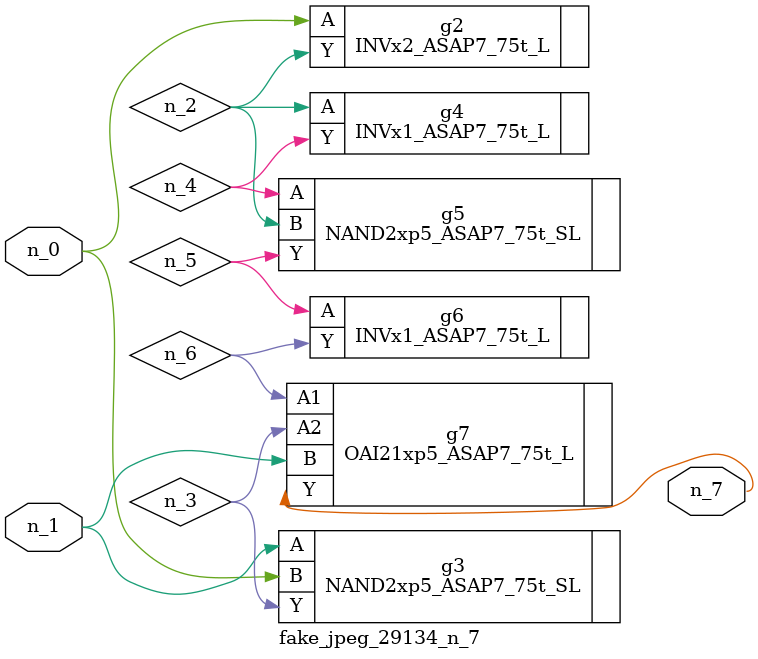
<source format=v>
module fake_jpeg_29134_n_7 (n_0, n_1, n_7);

input n_0;
input n_1;

output n_7;

wire n_2;
wire n_3;
wire n_4;
wire n_6;
wire n_5;

INVx2_ASAP7_75t_L g2 ( 
.A(n_0),
.Y(n_2)
);

NAND2xp5_ASAP7_75t_SL g3 ( 
.A(n_1),
.B(n_0),
.Y(n_3)
);

INVx1_ASAP7_75t_L g4 ( 
.A(n_2),
.Y(n_4)
);

NAND2xp5_ASAP7_75t_SL g5 ( 
.A(n_4),
.B(n_2),
.Y(n_5)
);

INVx1_ASAP7_75t_L g6 ( 
.A(n_5),
.Y(n_6)
);

OAI21xp5_ASAP7_75t_L g7 ( 
.A1(n_6),
.A2(n_3),
.B(n_1),
.Y(n_7)
);


endmodule
</source>
